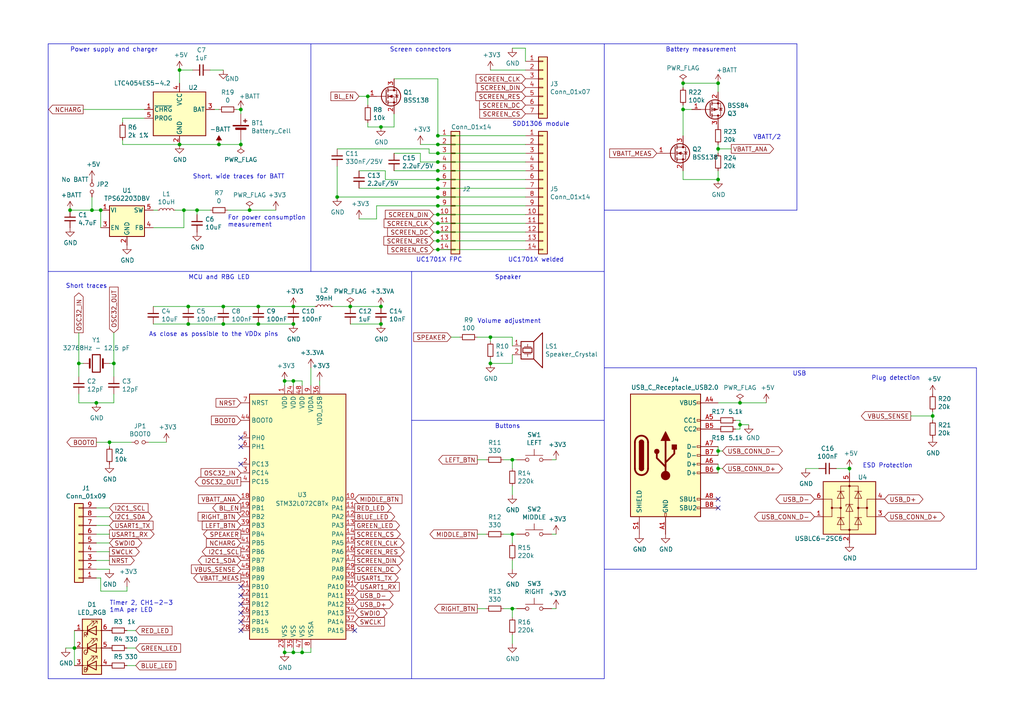
<source format=kicad_sch>
(kicad_sch (version 20250114) (generator "eeschema") (generator_version "9.0")
  (paper "A4")
  (title_block (title "OpenTama") (date "2022-04-18") (rev "1.1") (company "Sparkr") (comment 1 "Licensed under CERN-OHL-S v2") (comment 2 "jc@sparkr.tech") (comment 3 "Jean-Christophe Rona"))
  (lib_symbols
    (symbol "Connector:USB_C_Receptacle_USB2.0" (pin_names (offset 1.016))
      (property "Reference" "J" (at -10.16 19.05 0))
      (property "Value" "USB_C_Receptacle_USB2.0" (at 19.05 19.05 0))
      (symbol "USB_C_Receptacle_USB2.0_1_1"
        (pin passive line (at -7.62 -22.86 90) (length 5.08) (name "SHIELD") (number "S1"))
        (pin passive line (at 0 -22.86 90) (length 5.08) (name "GND") (number "A1"))
        (pin passive line (at 0 -22.86 90) (length 5.08) (hide yes) (name "GND") (number "A12"))
        (pin passive line (at 0 -22.86 90) (length 5.08) (hide yes) (name "GND") (number "B1"))
        (pin passive line (at 0 -22.86 90) (length 5.08) (hide yes) (name "GND") (number "B12"))
        (pin passive line (at 15.24 15.24 180) (length 5.08) (name "VBUS") (number "A4"))
        (pin passive line (at 15.24 15.24 180) (length 5.08) (hide yes) (name "VBUS") (number "A9"))
        (pin passive line (at 15.24 15.24 180) (length 5.08) (hide yes) (name "VBUS") (number "B4"))
        (pin passive line (at 15.24 15.24 180) (length 5.08) (hide yes) (name "VBUS") (number "B9"))
        (pin bidirectional line (at 15.24 10.16 180) (length 5.08) (name "CC1") (number "A5"))
        (pin bidirectional line (at 15.24 7.62 180) (length 5.08) (name "CC2") (number "B5"))
        (pin bidirectional line (at 15.24 2.54 180) (length 5.08) (name "D-") (number "A7"))
        (pin bidirectional line (at 15.24 0 180) (length 5.08) (name "D-") (number "B7"))
        (pin bidirectional line (at 15.24 -2.54 180) (length 5.08) (name "D+") (number "A6"))
        (pin bidirectional line (at 15.24 -5.08 180) (length 5.08) (name "D+") (number "B6"))
        (pin bidirectional line (at 15.24 -12.7 180) (length 5.08) (name "SBU1") (number "A8"))
        (pin bidirectional line (at 15.24 -15.24 180) (length 5.08) (name "SBU2") (number "B8"))
      )
    )
    (symbol "Connector_Generic:Conn_01x07" (pin_names (offset 1.016) (hide yes))
      (property "Reference" "J" (at 0 10.16 0))
      (property "Value" "Conn_01x07" (at 0 -10.16 0))
      (symbol "Conn_01x07_1_1"
        (pin passive line (at -5.08 7.62 0) (length 3.81) (name "Pin_1") (number "1"))
        (pin passive line (at -5.08 5.08 0) (length 3.81) (name "Pin_2") (number "2"))
        (pin passive line (at -5.08 2.54 0) (length 3.81) (name "Pin_3") (number "3"))
        (pin passive line (at -5.08 0 0) (length 3.81) (name "Pin_4") (number "4"))
        (pin passive line (at -5.08 -2.54 0) (length 3.81) (name "Pin_5") (number "5"))
        (pin passive line (at -5.08 -5.08 0) (length 3.81) (name "Pin_6") (number "6"))
        (pin passive line (at -5.08 -7.62 0) (length 3.81) (name "Pin_7") (number "7"))
      )
    )
    (symbol "Connector_Generic:Conn_01x09" (pin_names (offset 1.016) (hide yes))
      (property "Reference" "J" (at 0 12.7 0))
      (property "Value" "Conn_01x09" (at 0 -12.7 0))
      (symbol "Conn_01x09_1_1"
        (pin passive line (at -5.08 10.16 0) (length 3.81) (name "Pin_1") (number "1"))
        (pin passive line (at -5.08 7.62 0) (length 3.81) (name "Pin_2") (number "2"))
        (pin passive line (at -5.08 5.08 0) (length 3.81) (name "Pin_3") (number "3"))
        (pin passive line (at -5.08 2.54 0) (length 3.81) (name "Pin_4") (number "4"))
        (pin passive line (at -5.08 0 0) (length 3.81) (name "Pin_5") (number "5"))
        (pin passive line (at -5.08 -2.54 0) (length 3.81) (name "Pin_6") (number "6"))
        (pin passive line (at -5.08 -5.08 0) (length 3.81) (name "Pin_7") (number "7"))
        (pin passive line (at -5.08 -7.62 0) (length 3.81) (name "Pin_8") (number "8"))
        (pin passive line (at -5.08 -10.16 0) (length 3.81) (name "Pin_9") (number "9"))
      )
    )
    (symbol "Connector_Generic:Conn_01x14" (pin_names (offset 1.016) (hide yes))
      (property "Reference" "J" (at 0 17.78 0))
      (property "Value" "Conn_01x14" (at 0 -20.32 0))
      (symbol "Conn_01x14_1_1"
        (pin passive line (at -5.08 15.24 0) (length 3.81) (name "Pin_1") (number "1"))
        (pin passive line (at -5.08 12.7 0) (length 3.81) (name "Pin_2") (number "2"))
        (pin passive line (at -5.08 10.16 0) (length 3.81) (name "Pin_3") (number "3"))
        (pin passive line (at -5.08 7.62 0) (length 3.81) (name "Pin_4") (number "4"))
        (pin passive line (at -5.08 5.08 0) (length 3.81) (name "Pin_5") (number "5"))
        (pin passive line (at -5.08 2.54 0) (length 3.81) (name "Pin_6") (number "6"))
        (pin passive line (at -5.08 0 0) (length 3.81) (name "Pin_7") (number "7"))
        (pin passive line (at -5.08 -2.54 0) (length 3.81) (name "Pin_8") (number "8"))
        (pin passive line (at -5.08 -5.08 0) (length 3.81) (name "Pin_9") (number "9"))
        (pin passive line (at -5.08 -7.62 0) (length 3.81) (name "Pin_10") (number "10"))
        (pin passive line (at -5.08 -10.16 0) (length 3.81) (name "Pin_11") (number "11"))
        (pin passive line (at -5.08 -12.7 0) (length 3.81) (name "Pin_12") (number "12"))
        (pin passive line (at -5.08 -15.24 0) (length 3.81) (name "Pin_13") (number "13"))
        (pin passive line (at -5.08 -17.78 0) (length 3.81) (name "Pin_14") (number "14"))
      )
    )
    (symbol "Device:Battery_Cell" (pin_numbers (hide yes)) (pin_names (offset 0) (hide yes))
      (property "Reference" "BT" (at 2.54 2.54 0))
      (property "Value" "Battery_Cell" (at 2.54 0 0))
      (symbol "Battery_Cell_1_1"
        (pin passive line (at 0 5.08 270) (length 2.54) (name "+") (number "1"))
        (pin passive line (at 0 -2.54 90) (length 2.54) (name "-") (number "2"))
      )
    )
    (symbol "Device:C_Small" (pin_numbers (hide yes)) (pin_names (offset 0.254) (hide yes))
      (property "Reference" "C" (at 0.254 1.778 0))
      (property "Value" "C_Small" (at 0.254 -2.032 0))
      (symbol "C_Small_1_1"
        (pin passive line (at 0 2.54 270) (length 2.032) (name "~") (number "1"))
        (pin passive line (at 0 -2.54 90) (length 2.032) (name "~") (number "2"))
      )
    )
    (symbol "Device:Crystal" (pin_numbers (hide yes)) (pin_names (offset 1.016) (hide yes))
      (property "Reference" "Y" (at 0 3.81 0))
      (property "Value" "Crystal" (at 0 -3.81 0))
      (symbol "Crystal_1_1"
        (pin passive line (at -3.81 0 0) (length 1.27) (name "1") (number "1"))
        (pin passive line (at 3.81 0 180) (length 1.27) (name "2") (number "2"))
      )
    )
    (symbol "Device:LED_RGB" (pin_names (offset 0) (hide yes))
      (property "Reference" "D" (at 0 9.398 0))
      (property "Value" "LED_RGB" (at 0 -8.89 0))
      (symbol "LED_RGB_0_0"
        (text "R" (at -1.905 3.81 0) (effects (font (size 1.27 1.27))))
        (text "G" (at -1.905 -1.27 0) (effects (font (size 1.27 1.27))))
        (text "B" (at -1.905 -6.35 0) (effects (font (size 1.27 1.27))))
      )
      (symbol "LED_RGB_1_1"
        (pin passive line (at -5.08 5.08 0) (length 2.54) (name "RK") (number "1"))
        (pin passive line (at -5.08 0 0) (length 2.54) (name "GK") (number "2"))
        (pin passive line (at -5.08 -5.08 0) (length 2.54) (name "BK") (number "3"))
        (pin passive line (at 5.08 5.08 180) (length 2.54) (name "RA") (number "6"))
        (pin passive line (at 5.08 0 180) (length 2.54) (name "GA") (number "5"))
        (pin passive line (at 5.08 -5.08 180) (length 2.54) (name "BA") (number "4"))
      )
    )
    (symbol "Device:L_Small" (pin_numbers (hide yes)) (pin_names (offset 0.254) (hide yes))
      (property "Reference" "L" (at 0.762 1.016 0))
      (property "Value" "L_Small" (at 0.762 -1.016 0))
      (symbol "L_Small_1_1"
        (pin passive line (at 0 2.54 270) (length 0.508) (name "~") (number "1"))
        (pin passive line (at 0 -2.54 90) (length 0.508) (name "~") (number "2"))
      )
    )
    (symbol "Device:R_Small" (pin_numbers (hide yes)) (pin_names (offset 0.254) (hide yes))
      (property "Reference" "R" (at 0.762 0.508 0))
      (property "Value" "R_Small" (at 0.762 -1.016 0))
      (symbol "R_Small_1_1"
        (pin passive line (at 0 2.54 270) (length 0.762) (name "~") (number "1"))
        (pin passive line (at 0 -2.54 90) (length 0.762) (name "~") (number "2"))
      )
    )
    (symbol "Device:Speaker_Crystal" (pin_names (offset 0) (hide yes))
      (property "Reference" "LS" (at 0.635 5.715 0))
      (property "Value" "Speaker_Crystal" (at 0.635 3.81 0))
      (symbol "Speaker_Crystal_1_1"
        (pin input line (at -5.08 0 0) (length 2.54) (name "1") (number "1"))
        (pin input line (at -5.08 -2.54 0) (length 2.54) (name "2") (number "2"))
      )
    )
    (symbol "OpenTama-rescue:+3.3V-power" (power) (pin_names (offset 0))
      (property "Value" "+3.3V-power" (at 0 3.556 0))
      (symbol "+3.3V-power_1_1"
        (pin power_in line (at 0 0 90) (length 0) (hide yes) (name "+3V3") (number "1"))
      )
    )
    (symbol "OpenTama-rescue:Jumper_NO_Small-Device" (pin_numbers (hide yes)) (pin_names (offset 0.762) (hide yes))
      (property "Reference" "JP" (at 0 2.032 0))
      (property "Value" "Device_Jumper_NO_Small" (at 0.254 -1.524 0))
      (symbol "Jumper_NO_Small-Device_0_1"
        (pin passive line (at -2.54 0 0) (length 1.016) (name "1") (number "1"))
        (pin passive line (at 2.54 0 180) (length 1.016) (name "2") (number "2"))
      )
    )
    (symbol "OpenTama-rescue:LTC4054ES5-4.2-Battery_Management" (pin_names (offset 0.254))
      (property "Reference" "U" (at -5.842 6.604 0))
      (property "Value" "Battery_Management_LTC4054ES5-4.2" (at 1.524 6.604 0))
      (symbol "LTC4054ES5-4.2-Battery_Management_1_1"
        (pin open_collector line (at -10.16 0 0) (length 2.54) (name "~{CHRG}") (number "1"))
        (pin bidirectional line (at -10.16 -2.54 0) (length 2.54) (name "PROG") (number "5"))
        (pin power_in line (at 0 7.62 270) (length 2.54) (name "VCC") (number "4"))
        (pin power_in line (at 0 -10.16 90) (length 2.54) (name "GND") (number "2"))
        (pin power_out line (at 10.16 0 180) (length 2.54) (name "BAT") (number "3"))
      )
    )
    (symbol "OpenTama-rescue:STM32L072CBTx-MCU_ST_STM32L0"
      (property "Reference" "U" (at -15.24 36.83 0))
      (property "Value" "MCU_ST_STM32L0_STM32L072CBTx" (at 7.62 36.83 0))
      (symbol "STM32L072CBTx-MCU_ST_STM32L0_1_1"
        (pin input line (at -17.78 33.02 0) (length 2.54) (name "NRST") (number "7"))
        (pin input line (at -17.78 27.94 0) (length 2.54) (name "BOOT0") (number "44"))
        (pin input line (at -17.78 22.86 0) (length 2.54) (name "PH0") (number "5"))
        (pin input line (at -17.78 20.32 0) (length 2.54) (name "PH1") (number "6"))
        (pin bidirectional line (at -17.78 15.24 0) (length 2.54) (name "PC13") (number "2"))
        (pin bidirectional line (at -17.78 12.7 0) (length 2.54) (name "PC14") (number "3"))
        (pin bidirectional line (at -17.78 10.16 0) (length 2.54) (name "PC15") (number "4"))
        (pin bidirectional line (at -17.78 5.08 0) (length 2.54) (name "PB0") (number "18"))
        (pin bidirectional line (at -17.78 2.54 0) (length 2.54) (name "PB1") (number "19"))
        (pin bidirectional line (at -17.78 0 0) (length 2.54) (name "PB2") (number "20"))
        (pin bidirectional line (at -17.78 -2.54 0) (length 2.54) (name "PB3") (number "39"))
        (pin bidirectional line (at -17.78 -5.08 0) (length 2.54) (name "PB4") (number "40"))
        (pin bidirectional line (at -17.78 -7.62 0) (length 2.54) (name "PB5") (number "41"))
        (pin bidirectional line (at -17.78 -10.16 0) (length 2.54) (name "PB6") (number "42"))
        (pin bidirectional line (at -17.78 -12.7 0) (length 2.54) (name "PB7") (number "43"))
        (pin bidirectional line (at -17.78 -15.24 0) (length 2.54) (name "PB8") (number "45"))
        (pin bidirectional line (at -17.78 -17.78 0) (length 2.54) (name "PB9") (number "46"))
        (pin bidirectional line (at -17.78 -20.32 0) (length 2.54) (name "PB10") (number "21"))
        (pin bidirectional line (at -17.78 -22.86 0) (length 2.54) (name "PB11") (number "22"))
        (pin bidirectional line (at -17.78 -25.4 0) (length 2.54) (name "PB12") (number "25"))
        (pin bidirectional line (at -17.78 -27.94 0) (length 2.54) (name "PB13") (number "26"))
        (pin bidirectional line (at -17.78 -30.48 0) (length 2.54) (name "PB14") (number "27"))
        (pin bidirectional line (at -17.78 -33.02 0) (length 2.54) (name "PB15") (number "28"))
        (pin power_in line (at -5.08 38.1 270) (length 2.54) (name "VDD") (number "1"))
        (pin power_in line (at -5.08 -38.1 90) (length 2.54) (name "VSS") (number "23"))
        (pin power_in line (at -2.54 38.1 270) (length 2.54) (name "VDD") (number "24"))
        (pin power_in line (at -2.54 -38.1 90) (length 2.54) (name "VSS") (number "35"))
        (pin power_in line (at 0 38.1 270) (length 2.54) (name "VDD") (number "48"))
        (pin power_in line (at 0 -38.1 90) (length 2.54) (name "VSS") (number "47"))
        (pin power_in line (at 2.54 38.1 270) (length 2.54) (name "VDDA") (number "9"))
        (pin power_in line (at 2.54 -38.1 90) (length 2.54) (name "VSSA") (number "8"))
        (pin power_in line (at 5.08 38.1 270) (length 2.54) (name "VDD_USB") (number "36"))
        (pin bidirectional line (at 15.24 5.08 180) (length 2.54) (name "PA0") (number "10"))
        (pin bidirectional line (at 15.24 2.54 180) (length 2.54) (name "PA1") (number "11"))
        (pin bidirectional line (at 15.24 0 180) (length 2.54) (name "PA2") (number "12"))
        (pin bidirectional line (at 15.24 -2.54 180) (length 2.54) (name "PA3") (number "13"))
        (pin bidirectional line (at 15.24 -5.08 180) (length 2.54) (name "PA4") (number "14"))
        (pin bidirectional line (at 15.24 -7.62 180) (length 2.54) (name "PA5") (number "15"))
        (pin bidirectional line (at 15.24 -10.16 180) (length 2.54) (name "PA6") (number "16"))
        (pin bidirectional line (at 15.24 -12.7 180) (length 2.54) (name "PA7") (number "17"))
        (pin bidirectional line (at 15.24 -15.24 180) (length 2.54) (name "PA8") (number "29"))
        (pin bidirectional line (at 15.24 -17.78 180) (length 2.54) (name "PA9") (number "30"))
        (pin bidirectional line (at 15.24 -20.32 180) (length 2.54) (name "PA10") (number "31"))
        (pin bidirectional line (at 15.24 -22.86 180) (length 2.54) (name "PA11") (number "32"))
        (pin bidirectional line (at 15.24 -25.4 180) (length 2.54) (name "PA12") (number "33"))
        (pin bidirectional line (at 15.24 -27.94 180) (length 2.54) (name "PA13") (number "34"))
        (pin bidirectional line (at 15.24 -30.48 180) (length 2.54) (name "PA14") (number "37"))
        (pin bidirectional line (at 15.24 -33.02 180) (length 2.54) (name "PA15") (number "38"))
      )
    )
    (symbol "Power_Protection:USBLC6-2SC6" (pin_names (hide yes))
      (property "Reference" "U" (at 2.54 8.89 0))
      (property "Value" "USBLC6-2SC6" (at 2.54 -8.89 0))
      (symbol "USBLC6-2SC6_1_1"
        (pin passive line (at -10.16 2.54 0) (length 2.54) (name "I/O1") (number "6"))
        (pin passive line (at -10.16 -2.54 0) (length 2.54) (name "I/O1") (number "1"))
        (pin passive line (at 0 10.16 270) (length 2.54) (name "VBUS") (number "5"))
        (pin passive line (at 0 -10.16 90) (length 2.54) (name "GND") (number "2"))
        (pin passive line (at 10.16 2.54 180) (length 2.54) (name "I/O2") (number "4"))
        (pin passive line (at 10.16 -2.54 180) (length 2.54) (name "I/O2") (number "3"))
      )
    )
    (symbol "Regulator_Switching:TPS62203DBV" (pin_names (offset 0.254))
      (property "Reference" "U" (at -5.08 7.62 0))
      (property "Value" "TPS62203DBV" (at 0 7.62 0))
      (symbol "TPS62203DBV_1_1"
        (pin power_in line (at -7.62 5.08 0) (length 2.54) (name "VI") (number "1"))
        (pin input line (at -7.62 0 0) (length 2.54) (name "EN") (number "3"))
        (pin power_in line (at 0 -5.08 90) (length 2.54) (name "GND") (number "2"))
        (pin output line (at 7.62 5.08 180) (length 2.54) (name "SW") (number "5"))
        (pin input line (at 7.62 0 180) (length 2.54) (name "FB") (number "4"))
      )
    )
    (symbol "Switch:SW_Push" (pin_numbers (hide yes)) (pin_names (offset 1.016) (hide yes))
      (property "Reference" "SW" (at 1.27 2.54 0))
      (property "Value" "SW_Push" (at 0 -1.524 0))
      (symbol "SW_Push_0_1"
        (pin passive line (at -5.08 0 0) (length 2.54) (name "1") (number "1"))
        (pin passive line (at 5.08 0 180) (length 2.54) (name "2") (number "2"))
      )
    )
    (symbol "Transistor_FET:BSS138" (pin_names (hide yes))
      (property "Reference" "Q" (at 5.08 1.905 0))
      (property "Value" "BSS138" (at 5.08 0 0))
      (symbol "BSS138_1_1"
        (pin input line (at -5.08 0 0) (length 2.54) (name "G") (number "1"))
        (pin passive line (at 2.54 5.08 270) (length 2.54) (name "D") (number "3"))
        (pin passive line (at 2.54 -5.08 90) (length 2.54) (name "S") (number "2"))
      )
    )
    (symbol "Transistor_FET:BSS84" (pin_names (hide yes))
      (property "Reference" "Q" (at 5.08 1.905 0))
      (property "Value" "BSS84" (at 5.08 0 0))
      (symbol "BSS84_1_1"
        (pin input line (at -5.08 0 0) (length 2.54) (name "G") (number "1"))
        (pin passive line (at 2.54 5.08 270) (length 2.54) (name "D") (number "3"))
        (pin passive line (at 2.54 -5.08 90) (length 2.54) (name "S") (number "2"))
      )
    )
    (symbol "power:+3.3VA" (power) (pin_names (offset 0))
      (property "Value" "+3.3VA" (at 0 3.556 0))
      (symbol "+3.3VA_1_1"
        (pin power_in line (at 0 0 90) (length 0) (hide yes) (name "+3.3VA") (number "1"))
      )
    )
    (symbol "power:+5V" (power) (pin_names (offset 0))
      (property "Value" "+5V" (at 0 3.556 0))
      (symbol "+5V_1_1"
        (pin power_in line (at 0 0 90) (length 0) (hide yes) (name "+5V") (number "1"))
      )
    )
    (symbol "power:+BATT" (power) (pin_names (offset 0))
      (property "Value" "+BATT" (at 0 3.556 0))
      (symbol "+BATT_1_1"
        (pin power_in line (at 0 0 90) (length 0) (hide yes) (name "+BATT") (number "1"))
      )
    )
    (symbol "power:-BATT" (power) (pin_names (offset 0))
      (property "Value" "-BATT" (at 0 3.556 0))
      (symbol "-BATT_1_1"
        (pin power_in line (at 0 0 90) (length 0) (hide yes) (name "-BATT") (number "1"))
      )
    )
    (symbol "power:GND" (power) (pin_names (offset 0))
      (property "Value" "GND" (at 0 -3.81 0))
      (symbol "GND_1_1"
        (pin power_in line (at 0 0 270) (length 0) (hide yes) (name "GND") (number "1"))
      )
    )
    (symbol "power:PWR_FLAG" (power) (pin_numbers (hide yes)) (pin_names (offset 0) (hide yes))
      (property "Value" "PWR_FLAG" (at 0 3.81 0))
      (symbol "PWR_FLAG_0_0"
        (pin power_out line (at 0 0 90) (length 0) (name "pwr") (number "1"))
      )
    )
  )
  (text "Power supply and charger" (at 20.32 15.24 0) (effects (font (size 1.27 1.27)) (justify left bottom)))
  (text "Short traces" (at 19.05 83.82 0) (effects (font (size 1.27 1.27)) (justify left bottom)))
  (text "ESD Protection" (at 250.19 135.89 0) (effects (font (size 1.27 1.27)) (justify left bottom)))
  (text "Short, wide traces for BATT" (at 55.88 52.07 0) (effects (font (size 1.27 1.27)) (justify left bottom)))
  (text "Battery measurement" (at 193.04 15.24 0) (effects (font (size 1.27 1.27)) (justify left bottom)))
  (text "VBATT/2" (at 218.44 40.64 0) (effects (font (size 1.27 1.27)) (justify left bottom)))
  (text "Speaker" (at 143.51 81.28 0) (effects (font (size 1.27 1.27)) (justify left bottom)))
  (text "USB" (at 229.87 109.22 0) (effects (font (size 1.27 1.27)) (justify left bottom)))
  (text "Timer 2, CH1-2-3\n1mA per LED" (at 31.75 177.8 0) (effects (font (size 1.27 1.27)) (justify left bottom)))
  (text "As close as possible to the VDDx pins" (at 43.18 97.79 0) (effects (font (size 1.27 1.27)) (justify left bottom)))
  (text "Plug detection" (at 252.73 110.49 0) (effects (font (size 1.27 1.27)) (justify left bottom)))
  (text "SDD1306 module" (at 148.59 36.83 0) (effects (font (size 1.27 1.27)) (justify left bottom)))
  (text "MCU and RBG LED" (at 54.61 81.28 0) (effects (font (size 1.27 1.27)) (justify left bottom)))
  (text "For power consumption\nmeasurement" (at 66.04 66.04 0) (effects (font (size 1.27 1.27)) (justify left bottom)))
  (text "UC1701X FPC" (at 120.65 76.2 0) (effects (font (size 1.27 1.27)) (justify left bottom)))
  (text "UC1701X welded" (at 147.32 76.2 0) (effects (font (size 1.27 1.27)) (justify left bottom)))
  (text "Volume adjustment" (at 138.43 93.98 0) (effects (font (size 1.27 1.27)) (justify left bottom)))
  (text "Screen connectors" (at 113.03 15.24 0) (effects (font (size 1.27 1.27)) (justify left bottom)))
  (text "Buttons" (at 143.51 124.46 0) (effects (font (size 1.27 1.27)) (justify left bottom)))
  (junction (at 127 69.85))
  (junction (at 127 64.77))
  (junction (at 54.61 88.9))
  (junction (at 72.39 60.96))
  (junction (at 208.28 43.18))
  (junction (at 33.02 105.41))
  (junction (at 127 54.61))
  (junction (at 208.28 24.13))
  (junction (at 53.34 60.96))
  (junction (at 69.85 31.75))
  (junction (at 74.93 93.98))
  (junction (at 148.59 154.94))
  (junction (at 29.21 60.96))
  (junction (at 127 44.45))
  (junction (at 198.12 24.13))
  (junction (at 101.6 88.9))
  (junction (at 85.09 93.98))
  (junction (at 110.49 36.83))
  (junction (at 127 52.07))
  (junction (at 27.94 116.84))
  (junction (at 127 57.15))
  (junction (at 22.86 105.41))
  (junction (at 52.07 41.91))
  (junction (at 69.85 41.91))
  (junction (at 148.59 176.53))
  (junction (at 26.67 60.96))
  (junction (at 82.55 110.49))
  (junction (at 21.59 187.96))
  (junction (at 87.63 189.23))
  (junction (at 52.07 20.32))
  (junction (at 106.68 27.94))
  (junction (at 214.63 116.84))
  (junction (at 74.93 88.9))
  (junction (at 127 59.69))
  (junction (at 127 67.31))
  (junction (at 57.15 60.96))
  (junction (at 63.5 41.91))
  (junction (at 85.09 88.9))
  (junction (at 142.24 105.41))
  (junction (at 97.79 57.15))
  (junction (at 270.51 120.65))
  (junction (at 148.59 133.35))
  (junction (at 110.49 93.98))
  (junction (at 127 72.39))
  (junction (at 127 62.23))
  (junction (at 85.09 189.23))
  (junction (at 85.09 110.49))
  (junction (at 198.12 31.75))
  (junction (at 208.28 130.81))
  (junction (at 82.55 189.23))
  (junction (at 208.28 135.89))
  (junction (at 20.32 60.96))
  (junction (at 110.49 88.9))
  (junction (at 142.24 97.79))
  (junction (at 64.77 88.9))
  (junction (at 127 41.91))
  (junction (at 31.75 128.27))
  (junction (at 208.28 52.07))
  (junction (at 54.61 93.98))
  (junction (at 246.38 135.89))
  (junction (at 64.77 93.98))
  (junction (at 127 46.99))
  (junction (at 127 49.53))
  (junction (at 127 39.37))
  (junction (at 214.63 123.19))
  (no_connect (at 69.85 134.62))
  (no_connect (at 69.85 127))
  (no_connect (at 69.85 129.54))
  (no_connect (at 102.87 182.88))
  (no_connect (at 69.85 182.88))
  (no_connect (at 208.28 147.32))
  (no_connect (at 69.85 172.72))
  (no_connect (at 69.85 177.8))
  (no_connect (at 69.85 175.26))
  (no_connect (at 69.85 180.34))
  (no_connect (at 208.28 144.78))
  (no_connect (at 69.85 170.18))
  (wire (pts (xy 110.49 36.83) (xy 106.68 36.83)))
  (wire (pts (xy 64.77 88.9) (xy 74.93 88.9)))
  (wire (pts (xy 121.92 44.45) (xy 114.3 44.45)))
  (wire (pts (xy 57.15 60.96) (xy 57.15 62.23)))
  (wire (pts (xy 44.45 93.98) (xy 54.61 93.98)))
  (wire (pts (xy 82.55 189.23) (xy 82.55 187.96)))
  (wire (pts (xy 130.81 97.79) (xy 133.35 97.79)))
  (wire (pts (xy 208.28 43.18) (xy 208.28 41.91)))
  (wire (pts (xy 21.59 182.88) (xy 21.59 187.96)))
  (wire (pts (xy 127 64.77) (xy 152.4 64.77)))
  (wire (pts (xy 85.09 111.76) (xy 85.09 110.49)))
  (wire (pts (xy 60.96 20.32) (xy 64.77 20.32)))
  (wire (pts (xy 264.16 120.65) (xy 270.51 120.65)))
  (wire (pts (xy 209.55 135.89) (xy 208.28 135.89)))
  (polyline (pts (xy 13.97 196.85) (xy 175.26 196.85)))
  (wire (pts (xy 90.17 189.23) (xy 87.63 189.23)))
  (wire (pts (xy 214.63 124.46) (xy 213.36 124.46)))
  (wire (pts (xy 148.59 162.56) (xy 148.59 165.1)))
  (wire (pts (xy 152.4 72.39) (xy 127 72.39)))
  (wire (pts (xy 125.73 62.23) (xy 127 62.23)))
  (wire (pts (xy 33.02 105.41) (xy 33.02 109.22)))
  (wire (pts (xy 198.12 52.07) (xy 208.28 52.07)))
  (wire (pts (xy 152.4 41.91) (xy 127 41.91)))
  (wire (pts (xy 63.5 31.75) (xy 62.23 31.75)))
  (wire (pts (xy 124.46 44.45) (xy 124.46 43.18)))
  (wire (pts (xy 20.32 60.96) (xy 26.67 60.96)))
  (polyline (pts (xy 175.26 121.92) (xy 119.38 121.92)))
  (wire (pts (xy 27.94 116.84) (xy 33.02 116.84)))
  (wire (pts (xy 57.15 60.96) (xy 53.34 60.96)))
  (wire (pts (xy 198.12 49.53) (xy 198.12 52.07)))
  (wire (pts (xy 97.79 57.15) (xy 127 57.15)))
  (wire (pts (xy 29.21 66.04) (xy 29.21 60.96)))
  (wire (pts (xy 35.56 40.64) (xy 35.56 41.91)))
  (wire (pts (xy 127 54.61) (xy 104.14 54.61)))
  (wire (pts (xy 127 49.53) (xy 152.4 49.53)))
  (wire (pts (xy 85.09 110.49) (xy 87.63 110.49)))
  (polyline (pts (xy 283.21 106.68) (xy 283.21 165.1)))
  (wire (pts (xy 31.75 165.1) (xy 27.94 165.1)))
  (wire (pts (xy 24.13 105.41) (xy 22.86 105.41)))
  (wire (pts (xy 127 44.45) (xy 152.4 44.45)))
  (wire (pts (xy 104.14 27.94) (xy 106.68 27.94)))
  (wire (pts (xy 198.12 31.75) (xy 200.66 31.75)))
  (wire (pts (xy 90.17 187.96) (xy 90.17 189.23)))
  (wire (pts (xy 101.6 93.98) (xy 110.49 93.98)))
  (wire (pts (xy 54.61 93.98) (xy 64.77 93.98)))
  (wire (pts (xy 148.59 105.41) (xy 142.24 105.41)))
  (wire (pts (xy 21.59 187.96) (xy 21.59 193.04)))
  (wire (pts (xy 208.28 52.07) (xy 208.28 49.53)))
  (wire (pts (xy 208.28 135.89) (xy 208.28 137.16)))
  (wire (pts (xy 114.3 36.83) (xy 110.49 36.83)))
  (wire (pts (xy 31.75 128.27) (xy 38.1 128.27)))
  (wire (pts (xy 198.12 24.13) (xy 198.12 25.4)))
  (wire (pts (xy 208.28 130.81) (xy 208.28 132.08)))
  (wire (pts (xy 44.45 66.04) (xy 53.34 66.04)))
  (wire (pts (xy 127 52.07) (xy 111.76 52.07)))
  (wire (pts (xy 22.86 116.84) (xy 27.94 116.84)))
  (wire (pts (xy 127 46.99) (xy 121.92 46.99)))
  (wire (pts (xy 198.12 30.48) (xy 198.12 31.75)))
  (wire (pts (xy 35.56 35.56) (xy 35.56 34.29)))
  (wire (pts (xy 19.05 187.96) (xy 21.59 187.96)))
  (wire (pts (xy 127 54.61) (xy 152.4 54.61)))
  (wire (pts (xy 101.6 88.9) (xy 110.49 88.9)))
  (wire (pts (xy 22.86 114.3) (xy 22.86 116.84)))
  (wire (pts (xy 26.67 60.96) (xy 29.21 60.96)))
  (wire (pts (xy 214.63 123.19) (xy 217.17 123.19)))
  (wire (pts (xy 72.39 60.96) (xy 80.01 60.96)))
  (wire (pts (xy 36.83 193.04) (xy 39.37 193.04)))
  (wire (pts (xy 66.04 60.96) (xy 72.39 60.96)))
  (wire (pts (xy 87.63 110.49) (xy 87.63 111.76)))
  (wire (pts (xy 237.49 135.89) (xy 233.68 135.89)))
  (wire (pts (xy 160.02 133.35) (xy 161.29 133.35)))
  (wire (pts (xy 214.63 121.92) (xy 214.63 123.19)))
  (polyline (pts (xy 283.21 106.68) (xy 175.26 106.68)))
  (wire (pts (xy 148.59 102.87) (xy 148.59 105.41)))
  (wire (pts (xy 161.29 176.53) (xy 160.02 176.53)))
  (polyline (pts (xy 175.26 12.7) (xy 175.26 196.85)))
  (wire (pts (xy 246.38 135.89) (xy 242.57 135.89)))
  (wire (pts (xy 152.4 46.99) (xy 127 46.99)))
  (wire (pts (xy 114.3 33.02) (xy 114.3 36.83)))
  (wire (pts (xy 209.55 130.81) (xy 208.28 130.81)))
  (wire (pts (xy 125.73 64.77) (xy 127 64.77)))
  (wire (pts (xy 208.28 134.62) (xy 208.28 135.89)))
  (polyline (pts (xy 283.21 165.1) (xy 175.26 165.1)))
  (wire (pts (xy 52.07 20.32) (xy 55.88 20.32)))
  (wire (pts (xy 29.21 171.45) (xy 36.83 171.45)))
  (wire (pts (xy 90.17 106.68) (xy 90.17 111.76)))
  (wire (pts (xy 52.07 24.13) (xy 52.07 20.32)))
  (polyline (pts (xy 13.97 12.7) (xy 13.97 196.85)))
  (wire (pts (xy 152.4 57.15) (xy 127 57.15)))
  (wire (pts (xy 31.75 128.27) (xy 31.75 129.54)))
  (wire (pts (xy 27.94 147.32) (xy 31.75 147.32)))
  (wire (pts (xy 29.21 167.64) (xy 29.21 171.45)))
  (wire (pts (xy 148.59 140.97) (xy 148.59 143.51)))
  (wire (pts (xy 39.37 182.88) (xy 36.83 182.88)))
  (wire (pts (xy 69.85 40.64) (xy 69.85 41.91)))
  (wire (pts (xy 31.75 160.02) (xy 27.94 160.02)))
  (wire (pts (xy 85.09 189.23) (xy 82.55 189.23)))
  (wire (pts (xy 152.4 13.97) (xy 148.59 13.97)))
  (wire (pts (xy 270.51 120.65) (xy 270.51 121.92)))
  (wire (pts (xy 125.73 72.39) (xy 127 72.39)))
  (wire (pts (xy 142.24 97.79) (xy 148.59 97.79)))
  (wire (pts (xy 27.94 149.86) (xy 31.75 149.86)))
  (wire (pts (xy 82.55 110.49) (xy 85.09 110.49)))
  (wire (pts (xy 152.4 62.23) (xy 127 62.23)))
  (wire (pts (xy 270.51 119.38) (xy 270.51 120.65)))
  (wire (pts (xy 74.93 88.9) (xy 85.09 88.9)))
  (wire (pts (xy 24.13 31.75) (xy 41.91 31.75)))
  (wire (pts (xy 138.43 154.94) (xy 140.97 154.94)))
  (wire (pts (xy 148.59 176.53) (xy 149.86 176.53)))
  (wire (pts (xy 35.56 41.91) (xy 52.07 41.91)))
  (wire (pts (xy 146.05 133.35) (xy 148.59 133.35)))
  (wire (pts (xy 50.8 60.96) (xy 53.34 60.96)))
  (wire (pts (xy 74.93 93.98) (xy 85.09 93.98)))
  (wire (pts (xy 44.45 60.96) (xy 45.72 60.96)))
  (wire (pts (xy 214.63 116.84) (xy 222.25 116.84)))
  (wire (pts (xy 208.28 129.54) (xy 208.28 130.81)))
  (wire (pts (xy 22.86 105.41) (xy 22.86 109.22)))
  (wire (pts (xy 27.94 152.4) (xy 31.75 152.4)))
  (wire (pts (xy 114.3 49.53) (xy 127 49.53)))
  (wire (pts (xy 138.43 133.35) (xy 140.97 133.35)))
  (wire (pts (xy 64.77 93.98) (xy 74.93 93.98)))
  (wire (pts (xy 148.59 133.35) (xy 149.86 133.35)))
  (wire (pts (xy 27.94 154.94) (xy 31.75 154.94)))
  (wire (pts (xy 53.34 60.96) (xy 53.34 66.04)))
  (wire (pts (xy 63.5 41.91) (xy 52.07 41.91)))
  (wire (pts (xy 85.09 187.96) (xy 85.09 189.23)))
  (wire (pts (xy 148.59 97.79) (xy 148.59 100.33)))
  (wire (pts (xy 35.56 34.29) (xy 41.91 34.29)))
  (wire (pts (xy 87.63 187.96) (xy 87.63 189.23)))
  (wire (pts (xy 27.94 157.48) (xy 31.75 157.48)))
  (wire (pts (xy 127 44.45) (xy 124.46 44.45)))
  (wire (pts (xy 148.59 154.94) (xy 149.86 154.94)))
  (wire (pts (xy 36.83 171.45) (xy 36.83 170.18)))
  (wire (pts (xy 208.28 116.84) (xy 214.63 116.84)))
  (wire (pts (xy 124.46 43.18) (xy 97.79 43.18)))
  (wire (pts (xy 69.85 31.75) (xy 69.85 33.02)))
  (wire (pts (xy 106.68 30.48) (xy 106.68 27.94)))
  (wire (pts (xy 92.71 110.49) (xy 92.71 111.76)))
  (wire (pts (xy 152.4 52.07) (xy 127 52.07)))
  (wire (pts (xy 142.24 105.41) (xy 142.24 104.14)))
  (polyline (pts (xy 13.97 78.74) (xy 175.26 78.74)))
  (wire (pts (xy 109.22 59.69) (xy 127 59.69)))
  (wire (pts (xy 22.86 96.52) (xy 22.86 105.41)))
  (wire (pts (xy 33.02 96.52) (xy 33.02 105.41)))
  (wire (pts (xy 152.4 67.31) (xy 127 67.31)))
  (wire (pts (xy 148.59 176.53) (xy 148.59 179.07)))
  (wire (pts (xy 161.29 154.94) (xy 160.02 154.94)))
  (wire (pts (xy 246.38 137.16) (xy 246.38 135.89)))
  (wire (pts (xy 142.24 99.06) (xy 142.24 97.79)))
  (wire (pts (xy 27.94 128.27) (xy 31.75 128.27)))
  (wire (pts (xy 152.4 17.78) (xy 152.4 13.97)))
  (wire (pts (xy 138.43 97.79) (xy 142.24 97.79)))
  (wire (pts (xy 148.59 133.35) (xy 148.59 135.89)))
  (polyline (pts (xy 231.14 60.96) (xy 175.26 60.96)))
  (wire (pts (xy 121.92 46.99) (xy 121.92 44.45)))
  (wire (pts (xy 121.92 41.91) (xy 127 41.91)))
  (wire (pts (xy 43.18 128.27) (xy 48.26 128.27)))
  (wire (pts (xy 148.59 154.94) (xy 148.59 157.48)))
  (wire (pts (xy 82.55 111.76) (xy 82.55 110.49)))
  (wire (pts (xy 97.79 48.26) (xy 97.79 57.15)))
  (polyline (pts (xy 119.38 78.74) (xy 119.38 196.85)))
  (wire (pts (xy 63.5 41.91) (xy 69.85 41.91)))
  (wire (pts (xy 26.67 57.15) (xy 26.67 60.96)))
  (wire (pts (xy 138.43 176.53) (xy 140.97 176.53)))
  (wire (pts (xy 39.37 187.96) (xy 36.83 187.96)))
  (wire (pts (xy 125.73 69.85) (xy 127 69.85)))
  (wire (pts (xy 27.94 167.64) (xy 29.21 167.64)))
  (wire (pts (xy 146.05 176.53) (xy 148.59 176.53)))
  (wire (pts (xy 127 22.86) (xy 127 39.37)))
  (wire (pts (xy 208.28 26.67) (xy 208.28 24.13)))
  (wire (pts (xy 57.15 60.96) (xy 60.96 60.96)))
  (wire (pts (xy 109.22 63.5) (xy 109.22 59.69)))
  (wire (pts (xy 146.05 154.94) (xy 148.59 154.94)))
  (wire (pts (xy 96.52 88.9) (xy 101.6 88.9)))
  (wire (pts (xy 212.09 43.18) (xy 208.28 43.18)))
  (wire (pts (xy 127 22.86) (xy 114.3 22.86)))
  (polyline (pts (xy 90.17 78.74) (xy 90.17 12.7)))
  (wire (pts (xy 87.63 189.23) (xy 85.09 189.23)))
  (wire (pts (xy 33.02 116.84) (xy 33.02 114.3)))
  (wire (pts (xy 125.73 67.31) (xy 127 67.31)))
  (wire (pts (xy 208.28 24.13) (xy 198.12 24.13)))
  (wire (pts (xy 198.12 39.37) (xy 198.12 31.75)))
  (wire (pts (xy 54.61 88.9) (xy 64.77 88.9)))
  (polyline (pts (xy 231.14 12.7) (xy 231.14 60.96)))
  (wire (pts (xy 111.76 52.07) (xy 111.76 49.53)))
  (wire (pts (xy 106.68 36.83) (xy 106.68 35.56)))
  (wire (pts (xy 27.94 162.56) (xy 31.75 162.56)))
  (wire (pts (xy 44.45 88.9) (xy 54.61 88.9)))
  (wire (pts (xy 214.63 121.92) (xy 213.36 121.92)))
  (wire (pts (xy 85.09 88.9) (xy 91.44 88.9)))
  (polyline (pts (xy 13.97 12.7) (xy 231.14 12.7)))
  (wire (pts (xy 152.4 20.32) (xy 142.24 20.32)))
  (wire (pts (xy 31.75 105.41) (xy 33.02 105.41)))
  (wire (pts (xy 214.63 123.19) (xy 214.63 124.46)))
  (wire (pts (xy 127 39.37) (xy 152.4 39.37)))
  (wire (pts (xy 68.58 31.75) (xy 69.85 31.75)))
  (wire (pts (xy 127 59.69) (xy 152.4 59.69)))
  (wire (pts (xy 111.76 49.53) (xy 104.14 49.53)))
  (wire (pts (xy 127 69.85) (xy 152.4 69.85)))
  (wire (pts (xy 104.14 63.5) (xy 109.22 63.5)))
  (wire (pts (xy 208.28 44.45) (xy 208.28 43.18)))
  (wire (pts (xy 148.59 184.15) (xy 148.59 186.69)))
  (global_label "I2C1_SDA" (shape bidirectional) (at 69.85 162.56 180) (property "Intersheetrefs" "${INTERSHEET_REFS}" (effects (hide yes))))
  (global_label "SCREEN_RES" (shape output) (at 102.87 160.02 0) (property "Intersheetrefs" "${INTERSHEET_REFS}" (effects (hide yes))))
  (global_label "USB_CONN_D-" (shape bidirectional) (at 209.55 130.81 0) (property "Intersheetrefs" "${INTERSHEET_REFS}" (effects (hide yes))))
  (global_label "SWCLK" (shape input) (at 102.87 180.34 0) (property "Intersheetrefs" "${INTERSHEET_REFS}" (effects (hide yes))))
  (global_label "SCREEN_DC" (shape output) (at 102.87 165.1 0) (property "Intersheetrefs" "${INTERSHEET_REFS}" (effects (hide yes))))
  (global_label "MIDDLE_BTN" (shape input) (at 102.87 144.78 0) (property "Intersheetrefs" "${INTERSHEET_REFS}" (effects (hide yes))))
  (global_label "SCREEN_DIN" (shape input) (at 152.4 25.4 180) (property "Intersheetrefs" "${INTERSHEET_REFS}" (effects (hide yes))))
  (global_label "SCREEN_RES" (shape input) (at 125.73 69.85 180) (property "Intersheetrefs" "${INTERSHEET_REFS}" (effects (hide yes))))
  (global_label "BL_EN" (shape output) (at 69.85 147.32 180) (property "Intersheetrefs" "${INTERSHEET_REFS}" (effects (hide yes))))
  (global_label "I2C1_SCL" (shape input) (at 31.75 147.32 0) (property "Intersheetrefs" "${INTERSHEET_REFS}" (effects (hide yes))))
  (global_label "SCREEN_CLK" (shape input) (at 152.4 22.86 180) (property "Intersheetrefs" "${INTERSHEET_REFS}" (effects (hide yes))))
  (global_label "GREEN_LED" (shape output) (at 102.87 152.4 0) (property "Intersheetrefs" "${INTERSHEET_REFS}" (effects (hide yes))))
  (global_label "SCREEN_DC" (shape input) (at 125.73 67.31 180) (property "Intersheetrefs" "${INTERSHEET_REFS}" (effects (hide yes))))
  (global_label "USB_CONN_D-" (shape bidirectional) (at 236.22 149.86 180) (property "Intersheetrefs" "${INTERSHEET_REFS}" (effects (hide yes))))
  (global_label "SCREEN_CS" (shape output) (at 102.87 154.94 0) (property "Intersheetrefs" "${INTERSHEET_REFS}" (effects (hide yes))))
  (global_label "VBATT_MEAS" (shape output) (at 69.85 167.64 180) (property "Intersheetrefs" "${INTERSHEET_REFS}" (effects (hide yes))))
  (global_label "VBUS_SENSE" (shape input) (at 69.85 165.1 180) (property "Intersheetrefs" "${INTERSHEET_REFS}" (effects (hide yes))))
  (global_label "SCREEN_CS" (shape input) (at 125.73 72.39 180) (property "Intersheetrefs" "${INTERSHEET_REFS}" (effects (hide yes))))
  (global_label "USB_D-" (shape bidirectional) (at 102.87 172.72 0) (property "Intersheetrefs" "${INTERSHEET_REFS}" (effects (hide yes))))
  (global_label "RIGHT_BTN" (shape output) (at 138.43 176.53 180) (property "Intersheetrefs" "${INTERSHEET_REFS}" (effects (hide yes))))
  (global_label "LEFT_BTN" (shape input) (at 69.85 152.4 180) (property "Intersheetrefs" "${INTERSHEET_REFS}" (effects (hide yes))))
  (global_label "NCHARG" (shape output) (at 24.13 31.75 180) (property "Intersheetrefs" "${INTERSHEET_REFS}" (effects (hide yes))))
  (global_label "I2C1_SCL" (shape output) (at 69.85 160.02 180) (property "Intersheetrefs" "${INTERSHEET_REFS}" (effects (hide yes))))
  (global_label "SWDIO" (shape bidirectional) (at 102.87 177.8 0) (property "Intersheetrefs" "${INTERSHEET_REFS}" (effects (hide yes))))
  (global_label "BOOT0" (shape output) (at 27.94 128.27 180) (property "Intersheetrefs" "${INTERSHEET_REFS}" (effects (hide yes))))
  (global_label "MIDDLE_BTN" (shape output) (at 138.43 154.94 180) (property "Intersheetrefs" "${INTERSHEET_REFS}" (effects (hide yes))))
  (global_label "NRST" (shape input) (at 69.85 116.84 180) (property "Intersheetrefs" "${INTERSHEET_REFS}" (effects (hide yes))))
  (global_label "RIGHT_BTN" (shape input) (at 69.85 149.86 180) (property "Intersheetrefs" "${INTERSHEET_REFS}" (effects (hide yes))))
  (global_label "BLUE_LED" (shape output) (at 102.87 149.86 0) (property "Intersheetrefs" "${INTERSHEET_REFS}" (effects (hide yes))))
  (global_label "SCREEN_DIN" (shape input) (at 125.73 62.23 180) (property "Intersheetrefs" "${INTERSHEET_REFS}" (effects (hide yes))))
  (global_label "SPEAKER" (shape output) (at 69.85 154.94 180) (property "Intersheetrefs" "${INTERSHEET_REFS}" (effects (hide yes))))
  (global_label "USART1_RX" (shape output) (at 31.75 154.94 0) (property "Intersheetrefs" "${INTERSHEET_REFS}" (effects (hide yes))))
  (global_label "RED_LED" (shape output) (at 102.87 147.32 0) (property "Intersheetrefs" "${INTERSHEET_REFS}" (effects (hide yes))))
  (global_label "BOOT0" (shape input) (at 69.85 121.92 180) (property "Intersheetrefs" "${INTERSHEET_REFS}" (effects (hide yes))))
  (global_label "SCREEN_RES" (shape input) (at 152.4 27.94 180) (property "Intersheetrefs" "${INTERSHEET_REFS}" (effects (hide yes))))
  (global_label "USART1_TX" (shape input) (at 31.75 152.4 0) (property "Intersheetrefs" "${INTERSHEET_REFS}" (effects (hide yes))))
  (global_label "USB_CONN_D+" (shape bidirectional) (at 209.55 135.89 0) (property "Intersheetrefs" "${INTERSHEET_REFS}" (effects (hide yes))))
  (global_label "SCREEN_CS" (shape input) (at 152.4 33.02 180) (property "Intersheetrefs" "${INTERSHEET_REFS}" (effects (hide yes))))
  (global_label "BL_EN" (shape input) (at 104.14 27.94 180) (property "Intersheetrefs" "${INTERSHEET_REFS}" (effects (hide yes))))
  (global_label "USB_D+" (shape bidirectional) (at 256.54 144.78 0) (property "Intersheetrefs" "${INTERSHEET_REFS}" (effects (hide yes))))
  (global_label "SCREEN_DIN" (shape output) (at 102.87 162.56 0) (property "Intersheetrefs" "${INTERSHEET_REFS}" (effects (hide yes))))
  (global_label "OSC32_OUT" (shape output) (at 69.85 139.7 180) (property "Intersheetrefs" "${INTERSHEET_REFS}" (effects (hide yes))))
  (global_label "GREEN_LED" (shape input) (at 39.37 187.96 0) (property "Intersheetrefs" "${INTERSHEET_REFS}" (effects (hide yes))))
  (global_label "SPEAKER" (shape input) (at 130.81 97.79 180) (property "Intersheetrefs" "${INTERSHEET_REFS}" (effects (hide yes))))
  (global_label "SWCLK" (shape output) (at 31.75 160.02 0) (property "Intersheetrefs" "${INTERSHEET_REFS}" (effects (hide yes))))
  (global_label "NCHARG" (shape input) (at 69.85 157.48 180) (property "Intersheetrefs" "${INTERSHEET_REFS}" (effects (hide yes))))
  (global_label "RED_LED" (shape input) (at 39.37 182.88 0) (property "Intersheetrefs" "${INTERSHEET_REFS}" (effects (hide yes))))
  (global_label "USART1_TX" (shape output) (at 102.87 167.64 0) (property "Intersheetrefs" "${INTERSHEET_REFS}" (effects (hide yes))))
  (global_label "NRST" (shape output) (at 31.75 162.56 0) (property "Intersheetrefs" "${INTERSHEET_REFS}" (effects (hide yes))))
  (global_label "SWDIO" (shape bidirectional) (at 31.75 157.48 0) (property "Intersheetrefs" "${INTERSHEET_REFS}" (effects (hide yes))))
  (global_label "I2C1_SDA" (shape bidirectional) (at 31.75 149.86 0) (property "Intersheetrefs" "${INTERSHEET_REFS}" (effects (hide yes))))
  (global_label "SCREEN_CLK" (shape output) (at 102.87 157.48 0) (property "Intersheetrefs" "${INTERSHEET_REFS}" (effects (hide yes))))
  (global_label "USB_D-" (shape bidirectional) (at 236.22 144.78 180) (property "Intersheetrefs" "${INTERSHEET_REFS}" (effects (hide yes))))
  (global_label "BLUE_LED" (shape input) (at 39.37 193.04 0) (property "Intersheetrefs" "${INTERSHEET_REFS}" (effects (hide yes))))
  (global_label "LEFT_BTN" (shape output) (at 138.43 133.35 180) (property "Intersheetrefs" "${INTERSHEET_REFS}" (effects (hide yes))))
  (global_label "VBATT_ANA" (shape input) (at 69.85 144.78 180) (property "Intersheetrefs" "${INTERSHEET_REFS}" (effects (hide yes))))
  (global_label "OSC32_IN" (shape input) (at 69.85 137.16 180) (property "Intersheetrefs" "${INTERSHEET_REFS}" (effects (hide yes))))
  (global_label "OSC32_IN" (shape output) (at 22.86 96.52 90) (property "Intersheetrefs" "${INTERSHEET_REFS}" (effects (hide yes))))
  (global_label "SCREEN_DC" (shape input) (at 152.4 30.48 180) (property "Intersheetrefs" "${INTERSHEET_REFS}" (effects (hide yes))))
  (global_label "SCREEN_CLK" (shape input) (at 125.73 64.77 180) (property "Intersheetrefs" "${INTERSHEET_REFS}" (effects (hide yes))))
  (global_label "VBATT_MEAS" (shape input) (at 190.5 44.45 180) (property "Intersheetrefs" "${INTERSHEET_REFS}" (effects (hide yes))))
  (global_label "OSC32_OUT" (shape input) (at 33.02 96.52 90) (property "Intersheetrefs" "${INTERSHEET_REFS}" (effects (hide yes))))
  (global_label "USB_D+" (shape bidirectional) (at 102.87 175.26 0) (property "Intersheetrefs" "${INTERSHEET_REFS}" (effects (hide yes))))
  (global_label "VBUS_SENSE" (shape output) (at 264.16 120.65 180) (property "Intersheetrefs" "${INTERSHEET_REFS}" (effects (hide yes))))
  (global_label "VBATT_ANA" (shape output) (at 212.09 43.18 0) (property "Intersheetrefs" "${INTERSHEET_REFS}" (effects (hide yes))))
  (global_label "USB_CONN_D+" (shape bidirectional) (at 256.54 149.86 0) (property "Intersheetrefs" "${INTERSHEET_REFS}" (effects (hide yes))))
  (global_label "USART1_RX" (shape input) (at 102.87 170.18 0) (property "Intersheetrefs" "${INTERSHEET_REFS}" (effects (hide yes))))
  (symbol (lib_id "OpenTama-rescue:STM32L072CBTx-MCU_ST_STM32L0") (at 87.63 149.86 0) (unit 1)
    (property "Reference" "U3" (at 87.63 143.51 0))
    (property "Value" "STM32L072CBTx" (at 87.63 146.05 0))
    (property "Footprint" "Package_QFP:LQFP-48_7x7mm_P0.5mm" (effects (hide yes)))
    (property "Datasheet" "http://www.st.com/st-web-ui/static/active/en/resource/technical/document/datasheet/DM00141133.pdf" (effects (hide yes)))
    (property "LCSC" "C465977" (effects (hide yes)))
    (property "JLCRotOffset" "-90" (effects (hide yes)))
  )
  (symbol (lib_id "power:GND") (at 82.55 189.23 0) (unit 1)
    (property "Reference" "#PWR019" (effects (hide yes)))
    (property "Value" "GND" (at 82.677 193.6242 0))
  )
  (symbol (lib_id "OpenTama-rescue:+3.3V-power") (at 82.55 110.49 0) (unit 1)
    (property "Reference" "#PWR018" (effects (hide yes)))
    (property "Value" "+3V3" (at 82.931 106.0958 0))
  )
  (symbol (lib_id "Device:C_Small") (at 54.61 91.44 0) (unit 1)
    (property "Reference" "C5" (at 56.9468 90.2716 0) (effects (justify left)))
    (property "Value" "100nF" (at 56.9468 92.583 0) (effects (justify left)))
    (property "Footprint" "Capacitor_SMD:C_0402_1005Metric" (effects (hide yes)))
    (property "LCSC" "C1525" (effects (hide yes)))
  )
  (symbol (lib_id "Device:C_Small") (at 64.77 91.44 0) (unit 1)
    (property "Reference" "C8" (at 67.1068 90.2716 0) (effects (justify left)))
    (property "Value" "100nF" (at 67.1068 92.583 0) (effects (justify left)))
    (property "Footprint" "Capacitor_SMD:C_0402_1005Metric" (effects (hide yes)))
    (property "LCSC" "C1525" (effects (hide yes)))
  )
  (symbol (lib_id "Device:C_Small") (at 74.93 91.44 0) (unit 1)
    (property "Reference" "C9" (at 77.2668 90.2716 0) (effects (justify left)))
    (property "Value" "100nF" (at 77.2668 92.583 0) (effects (justify left)))
    (property "Footprint" "Capacitor_SMD:C_0402_1005Metric" (effects (hide yes)))
    (property "LCSC" "C1525" (effects (hide yes)))
  )
  (symbol (lib_id "Device:C_Small") (at 85.09 91.44 0) (unit 1)
    (property "Reference" "C10" (at 87.4268 90.2716 0) (effects (justify left)))
    (property "Value" "100nF" (at 87.4268 92.583 0) (effects (justify left)))
    (property "Footprint" "Capacitor_SMD:C_0402_1005Metric" (effects (hide yes)))
    (property "LCSC" "C1525" (effects (hide yes)))
  )
  (symbol (lib_id "OpenTama-rescue:+3.3V-power") (at 85.09 88.9 0) (unit 1)
    (property "Reference" "#PWR020" (effects (hide yes)))
    (property "Value" "+3V3" (at 85.471 84.5058 0))
  )
  (symbol (lib_id "power:GND") (at 85.09 93.98 0) (unit 1)
    (property "Reference" "#PWR021" (effects (hide yes)))
    (property "Value" "GND" (at 85.217 98.3742 0))
  )
  (symbol (lib_id "Device:C_Small") (at 101.6 91.44 0) (unit 1)
    (property "Reference" "C12" (at 103.9368 90.2716 0) (effects (justify left)))
    (property "Value" "1uF" (at 103.9368 92.583 0) (effects (justify left)))
    (property "Footprint" "Capacitor_SMD:C_0603_1608Metric" (effects (hide yes)))
    (property "LCSC" "C15849" (effects (hide yes)))
  )
  (symbol (lib_id "Device:C_Small") (at 110.49 91.44 0) (unit 1)
    (property "Reference" "C14" (at 112.8268 90.2716 0) (effects (justify left)))
    (property "Value" "10nF" (at 112.8268 92.583 0) (effects (justify left)))
    (property "Footprint" "Capacitor_SMD:C_0402_1005Metric" (effects (hide yes)))
    (property "LCSC" "C15195" (effects (hide yes)))
  )
  (symbol (lib_id "power:GND") (at 110.49 93.98 0) (unit 1)
    (property "Reference" "#PWR028" (effects (hide yes)))
    (property "Value" "GND" (at 110.617 98.3742 0))
  )
  (symbol (lib_id "power:+3.3VA") (at 90.17 106.68 0) (unit 1)
    (property "Reference" "#PWR022" (effects (hide yes)))
    (property "Value" "+3.3VA" (at 90.551 102.2858 0))
  )
  (symbol (lib_id "power:+3.3VA") (at 110.49 88.9 0) (unit 1)
    (property "Reference" "#PWR027" (effects (hide yes)))
    (property "Value" "+3.3VA" (at 110.871 84.5058 0))
  )
  (symbol (lib_id "Device:L_Small") (at 93.98 88.9 90) (unit 1)
    (property "Reference" "L2" (at 93.98 84.201 90))
    (property "Value" "39nH" (at 93.98 86.5124 90))
    (property "Footprint" "Inductor_SMD:L_0402_1005Metric" (effects (hide yes)))
    (property "LCSC" "C26443" (effects (hide yes)))
  )
  (symbol (lib_id "Device:C_Small") (at 44.45 91.44 0) (unit 1)
    (property "Reference" "C4" (at 46.7868 90.2716 0) (effects (justify left)))
    (property "Value" "10uF" (at 46.7868 92.583 0) (effects (justify left)))
    (property "Footprint" "Capacitor_SMD:C_0603_1608Metric" (effects (hide yes)))
    (property "LCSC" "C19702" (effects (hide yes)))
  )
  (symbol (lib_id "Device:Crystal") (at 27.94 105.41 0) (unit 1)
    (property "Reference" "Y1" (at 27.94 98.6028 0))
    (property "Value" "32768Hz - 12,5 pF" (at 27.94 100.9142 0))
    (property "Footprint" "Crystal:Crystal_SMD_3215-2Pin_3.2x1.5mm" (effects (hide yes)))
    (property "Datasheet" "https://datasheet.lcsc.com/lcsc/1810171817_Seiko-Epson-Q13FC1350000400_C32346.pdf" (effects (hide yes)))
    (property "LCSC" "C32346" (effects (hide yes)))
  )
  (symbol (lib_id "OpenTama-rescue:+3.3V-power") (at 92.71 110.49 0) (unit 1)
    (property "Reference" "#PWR023" (effects (hide yes)))
    (property "Value" "+3V3" (at 93.091 106.0958 0))
  )
  (symbol (lib_id "Device:C_Small") (at 22.86 111.76 0) (unit 1)
    (property "Reference" "C2" (at 25.1968 110.5916 0) (effects (justify left)))
    (property "Value" "12pF" (at 25.1968 112.903 0) (effects (justify left)))
    (property "Footprint" "Capacitor_SMD:C_0402_1005Metric" (effects (hide yes)))
    (property "LCSC" "C1547" (effects (hide yes)))
  )
  (symbol (lib_id "Device:C_Small") (at 33.02 111.76 0) (unit 1)
    (property "Reference" "C3" (at 35.3568 110.5916 0) (effects (justify left)))
    (property "Value" "12pF" (at 35.3568 112.903 0) (effects (justify left)))
    (property "Footprint" "Capacitor_SMD:C_0402_1005Metric" (effects (hide yes)))
    (property "LCSC" "C1547" (effects (hide yes)))
  )
  (symbol (lib_id "OpenTama-rescue:+3.3V-power") (at 48.26 128.27 0) (unit 1)
    (property "Reference" "#PWR010" (effects (hide yes)))
    (property "Value" "+3V3" (at 48.641 123.8758 0))
  )
  (symbol (lib_id "power:GND") (at 27.94 116.84 0) (unit 1)
    (property "Reference" "#PWR04" (effects (hide yes)))
    (property "Value" "GND" (at 28.067 121.2342 0))
  )
  (symbol (lib_id "Device:R_Small") (at 31.75 132.08 0) (unit 1)
    (property "Reference" "R2" (at 33.2486 130.9116 0) (effects (justify left)))
    (property "Value" "10k" (at 33.2486 133.223 0) (effects (justify left)))
    (property "Footprint" "Resistor_SMD:R_0402_1005Metric" (effects (hide yes)))
    (property "LCSC" "C25744" (effects (hide yes)))
  )
  (symbol (lib_id "power:GND") (at 31.75 134.62 0) (unit 1)
    (property "Reference" "#PWR06" (effects (hide yes)))
    (property "Value" "GND" (at 31.877 139.0142 0))
  )
  (symbol (lib_id "power:GND") (at 31.75 165.1 0) (unit 1)
    (property "Reference" "#PWR07" (effects (hide yes)))
    (property "Value" "GND" (at 31.877 169.4942 0))
  )
  (symbol (lib_id "Device:R_Small") (at 210.82 121.92 270) (unit 1)
    (property "Reference" "R17" (at 208.28 119.38 90))
    (property "Value" "5.1k" (at 213.36 119.38 90))
    (property "Footprint" "Resistor_SMD:R_0402_1005Metric" (effects (hide yes)))
    (property "LCSC" "C25905" (effects (hide yes)))
  )
  (symbol (lib_id "Device:R_Small") (at 210.82 124.46 270) (unit 1)
    (property "Reference" "R18" (at 208.28 127 90))
    (property "Value" "5.1k" (at 213.36 127 90))
    (property "Footprint" "Resistor_SMD:R_0402_1005Metric" (effects (hide yes)))
    (property "LCSC" "C25905" (effects (hide yes)))
  )
  (symbol (lib_id "power:GND") (at 217.17 123.19 0) (unit 1)
    (property "Reference" "#PWR042" (effects (hide yes)))
    (property "Value" "GND" (at 218.44 127 0))
  )
  (symbol (lib_id "OpenTama-rescue:+3.3V-power") (at 36.83 170.18 0) (unit 1)
    (property "Reference" "#PWR09" (effects (hide yes)))
    (property "Value" "+3V3" (at 37.211 165.7858 0))
  )
  (symbol (lib_id "power:GND") (at 142.24 105.41 0) (unit 1)
    (property "Reference" "#PWR033" (effects (hide yes)))
    (property "Value" "GND" (at 142.367 109.8042 0))
  )
  (symbol (lib_id "Device:R_Small") (at 135.89 97.79 270) (unit 1)
    (property "Reference" "R9" (at 135.89 92.8116 90))
    (property "Value" "100" (at 135.89 95.123 90))
    (property "Footprint" "Resistor_SMD:R_0402_1005Metric" (effects (hide yes)))
    (property "LCSC" "C25076" (effects (hide yes)))
  )
  (symbol (lib_id "Device:R_Small") (at 142.24 101.6 0) (unit 1)
    (property "Reference" "R10" (at 143.7386 100.4316 0) (effects (justify left)))
    (property "Value" "1k" (at 143.7386 102.743 0) (effects (justify left)))
    (property "Footprint" "Resistor_SMD:R_0402_1005Metric" (effects (hide yes)))
    (property "LCSC" "C11702" (effects (hide yes)))
  )
  (symbol (lib_id "power:GND") (at 19.05 187.96 0) (unit 1)
    (property "Reference" "#PWR01" (effects (hide yes)))
    (property "Value" "GND" (at 19.177 192.3542 0))
  )
  (symbol (lib_id "Connector_Generic:Conn_01x14") (at 132.08 54.61 0) (unit 1)
    (property "Reference" "J2" (at 134.112 54.8132 0) (effects (justify left)))
    (property "Value" "Conn_01x14" (at 130.81 36.83 0) (effects (justify left)))
    (property "Footprint" "OpenTama:Hirose_FH34SRJ-14S-0.5SH_1x14-1MP_P0.50mm_Horizontal" (effects (hide yes)))
    (property "Datasheet" "https://datasheet.lcsc.com/lcsc/1811071030_HRS-Hirose-FH34SRJ-14S-0.5SH-50_C324724.pdf" (effects (hide yes)))
    (property "LCSC" "C324724" (effects (hide yes)))
    (property "JLCRotOffset" "180" (effects (hide yes)))
  )
  (symbol (lib_id "Switch:SW_Push") (at 154.94 154.94 0) (unit 1)
    (property "Reference" "SW2" (at 154.94 147.701 0))
    (property "Value" "MIDDLE" (at 154.94 150.0124 0))
    (property "Footprint" "Button_Switch_SMD:SW_Push_1P1T_NO_6x6mm_H9.5mm" (effects (hide yes)))
    (property "Datasheet" "https://datasheet.lcsc.com/lcsc/1810121628_C&K-PTS645SM43SMTR92LFS_C221880.pdf" (effects (hide yes)))
    (property "LCSC" "C221880" (effects (hide yes)))
  )
  (symbol (lib_id "Device:C_Small") (at 97.79 45.72 0) (unit 1)
    (property "Reference" "C11" (at 100.1268 44.5516 0) (effects (justify left)))
    (property "Value" "330nF/25V" (at 100.1268 46.863 0) (effects (justify left)))
    (property "Footprint" "Capacitor_SMD:C_0603_1608Metric" (effects (hide yes)))
    (property "LCSC" "C1615" (effects (hide yes)))
  )
  (symbol (lib_id "Device:C_Small") (at 114.3 46.99 0) (unit 1)
    (property "Reference" "C15" (at 116.6368 45.8216 0) (effects (justify left)))
    (property "Value" "2.2uF/5V" (at 116.6368 48.133 0) (effects (justify left)))
    (property "Footprint" "Capacitor_SMD:C_0402_1005Metric" (effects (hide yes)))
    (property "LCSC" "C12530" (effects (hide yes)))
  )
  (symbol (lib_id "Device:C_Small") (at 104.14 52.07 0) (unit 1)
    (property "Reference" "C13" (at 106.4768 50.9016 0) (effects (justify left)))
    (property "Value" "2.2uF/5V" (at 106.4768 53.213 0) (effects (justify left)))
    (property "Footprint" "Capacitor_SMD:C_0402_1005Metric" (effects (hide yes)))
    (property "LCSC" "C12530" (effects (hide yes)))
  )
  (symbol (lib_id "Device:R_Small") (at 148.59 160.02 0) (unit 1)
    (property "Reference" "R15" (at 150.0886 158.8516 0) (effects (justify left)))
    (property "Value" "220k" (at 150.0886 161.163 0) (effects (justify left)))
    (property "Footprint" "Resistor_SMD:R_0402_1005Metric" (effects (hide yes)))
    (property "LCSC" "C25767" (effects (hide yes)))
  )
  (symbol (lib_id "OpenTama-rescue:+3.3V-power") (at 161.29 154.94 0) (unit 1)
    (property "Reference" "#PWR038" (effects (hide yes)))
    (property "Value" "+3V3" (at 161.671 150.5458 0))
  )
  (symbol (lib_id "Device:R_Small") (at 143.51 154.94 270) (unit 1)
    (property "Reference" "R12" (at 143.51 149.9616 90))
    (property "Value" "330" (at 143.51 152.273 90))
    (property "Footprint" "Resistor_SMD:R_0402_1005Metric" (effects (hide yes)))
    (property "LCSC" "C25104" (effects (hide yes)))
  )
  (symbol (lib_id "Device:LED_RGB") (at 26.67 187.96 0) (unit 1)
    (property "Reference" "D1" (at 26.67 175.3362 0))
    (property "Value" "LED_RGB" (at 26.67 177.6476 0))
    (property "Footprint" "OpenTama:LED_RGB_TC5050" (effects (hide yes)))
    (property "Datasheet" "https://datasheet.lcsc.com/lcsc/2009231707_TCWIN-TC5050RGBF08-3CJH-AF53A_C784540.pdf" (effects (hide yes)))
    (property "LCSC" "C784540" (effects (hide yes)))
    (property "JLCRotOffset" "180" (effects (hide yes)))
  )
  (symbol (lib_id "Device:R_Small") (at 34.29 193.04 270) (unit 1)
    (property "Reference" "R5" (at 34.29 190.5 90))
    (property "Value" "330" (at 38.1 190.5 90))
    (property "Footprint" "Resistor_SMD:R_0603_1608Metric" (effects (hide yes)))
    (property "LCSC" "C23138" (effects (hide yes)))
  )
  (symbol (lib_id "Device:R_Small") (at 34.29 182.88 270) (unit 1)
    (property "Reference" "R3" (at 34.29 180.34 90))
    (property "Value" "1k" (at 38.1 180.34 90))
    (property "Footprint" "Resistor_SMD:R_0603_1608Metric" (effects (hide yes)))
    (property "LCSC" "C21190" (effects (hide yes)))
  )
  (symbol (lib_id "power:GND") (at 148.59 165.1 0) (unit 1)
    (property "Reference" "#PWR035" (effects (hide yes)))
    (property "Value" "GND" (at 148.717 169.4942 0))
  )
  (symbol (lib_id "Device:R_Small") (at 148.59 181.61 0) (unit 1)
    (property "Reference" "R16" (at 150.0886 180.4416 0) (effects (justify left)))
    (property "Value" "220k" (at 150.0886 182.753 0) (effects (justify left)))
    (property "Footprint" "Resistor_SMD:R_0402_1005Metric" (effects (hide yes)))
    (property "LCSC" "C25767" (effects (hide yes)))
  )
  (symbol (lib_id "Switch:SW_Push") (at 154.94 176.53 0) (unit 1)
    (property "Reference" "SW3" (at 154.94 169.291 0))
    (property "Value" "RIGHT" (at 154.94 171.6024 0))
    (property "Footprint" "Button_Switch_SMD:SW_Push_1P1T_NO_6x6mm_H9.5mm" (effects (hide yes)))
    (property "Datasheet" "https://datasheet.lcsc.com/lcsc/1810121628_C&K-PTS645SM43SMTR92LFS_C221880.pdf" (effects (hide yes)))
    (property "LCSC" "C221880" (effects (hide yes)))
  )
  (symbol (lib_id "OpenTama-rescue:+3.3V-power") (at 161.29 176.53 0) (unit 1)
    (property "Reference" "#PWR039" (effects (hide yes)))
    (property "Value" "+3V3" (at 161.671 172.1358 0))
  )
  (symbol (lib_id "Device:R_Small") (at 143.51 176.53 270) (unit 1)
    (property "Reference" "R13" (at 143.51 171.5516 90))
    (property "Value" "330" (at 143.51 173.863 90))
    (property "Footprint" "Resistor_SMD:R_0402_1005Metric" (effects (hide yes)))
    (property "LCSC" "C25104" (effects (hide yes)))
  )
  (symbol (lib_id "power:GND") (at 148.59 186.69 0) (unit 1)
    (property "Reference" "#PWR036" (effects (hide yes)))
    (property "Value" "GND" (at 148.717 191.0842 0))
  )
  (symbol (lib_id "Device:R_Small") (at 148.59 138.43 0) (unit 1)
    (property "Reference" "R14" (at 150.0886 137.2616 0) (effects (justify left)))
    (property "Value" "220k" (at 150.0886 139.573 0) (effects (justify left)))
    (property "Footprint" "Resistor_SMD:R_0402_1005Metric" (effects (hide yes)))
    (property "LCSC" "C25767" (effects (hide yes)))
  )
  (symbol (lib_id "Switch:SW_Push") (at 154.94 133.35 0) (unit 1)
    (property "Reference" "SW1" (at 154.94 126.111 0))
    (property "Value" "LEFT" (at 154.94 128.4224 0))
    (property "Footprint" "Button_Switch_SMD:SW_Push_1P1T_NO_6x6mm_H9.5mm" (effects (hide yes)))
    (property "Datasheet" "https://datasheet.lcsc.com/lcsc/1810121628_C&K-PTS645SM43SMTR92LFS_C221880.pdf" (effects (hide yes)))
    (property "LCSC" "C221880" (effects (hide yes)))
  )
  (symbol (lib_id "OpenTama-rescue:+3.3V-power") (at 161.29 133.35 0) (unit 1)
    (property "Reference" "#PWR037" (effects (hide yes)))
    (property "Value" "+3V3" (at 161.671 128.9558 0))
  )
  (symbol (lib_id "Device:R_Small") (at 143.51 133.35 270) (unit 1)
    (property "Reference" "R11" (at 143.51 128.3716 90))
    (property "Value" "330" (at 143.51 130.683 90))
    (property "Footprint" "Resistor_SMD:R_0402_1005Metric" (effects (hide yes)))
    (property "LCSC" "C25104" (effects (hide yes)))
  )
  (symbol (lib_id "power:GND") (at 148.59 143.51 0) (unit 1)
    (property "Reference" "#PWR034" (effects (hide yes)))
    (property "Value" "GND" (at 148.717 147.9042 0))
  )
  (symbol (lib_id "Device:R_Small") (at 34.29 187.96 270) (unit 1)
    (property "Reference" "R4" (at 34.29 185.42 90))
    (property "Value" "330" (at 38.1 185.42 90))
    (property "Footprint" "Resistor_SMD:R_0603_1608Metric" (effects (hide yes)))
    (property "LCSC" "C23138" (effects (hide yes)))
  )
  (symbol (lib_id "Device:Speaker_Crystal") (at 153.67 100.33 0) (unit 1)
    (property "Reference" "LS1" (at 158.115 100.4316 0) (effects (justify left)))
    (property "Value" "Speaker_Crystal" (at 158.115 102.743 0) (effects (justify left)))
    (property "Footprint" "Buzzer_Beeper:Buzzer_CUI_CPT-9019S-SMT" (effects (hide yes)))
    (property "Datasheet" "https://datasheet.lcsc.com/lcsc/1912111437_FUET-FUET-9018_C391035.pdf" (effects (hide yes)))
    (property "LCSC" "C391035" (effects (hide yes)))
    (property "JLCRotOffset" "180" (effects (hide yes)))
  )
  (symbol (lib_id "Connector_Generic:Conn_01x14") (at 157.48 54.61 0) (unit 1)
    (property "Reference" "J5" (at 159.512 54.8132 0) (effects (justify left)))
    (property "Value" "Conn_01x14" (at 159.512 57.1246 0) (effects (justify left)))
    (property "Footprint" "OpenTama:LCD_14p_0.6mm" (effects (hide yes)))
  )
  (symbol (lib_id "power:GND") (at 148.59 13.97 0) (unit 1)
    (property "Reference" "#PWR032" (effects (hide yes)))
    (property "Value" "GND" (at 148.717 18.3642 0))
  )
  (symbol (lib_id "OpenTama-rescue:+3.3V-power") (at 142.24 20.32 0) (unit 1)
    (property "Reference" "#PWR031" (effects (hide yes)))
    (property "Value" "+3V3" (at 142.621 15.9258 0))
  )
  (symbol (lib_id "OpenTama-rescue:Jumper_NO_Small-Device") (at 40.64 128.27 0) (unit 1)
    (property "Reference" "JP1" (at 40.64 123.571 0))
    (property "Value" "BOOT0" (at 40.64 125.8824 0))
    (property "Footprint" "Connector_PinHeader_2.54mm:PinHeader_1x02_P2.54mm_Vertical" (effects (hide yes)))
  )
  (symbol (lib_id "Connector:USB_C_Receptacle_USB2.0") (at 193.04 132.08 0) (unit 1)
    (property "Reference" "J4" (at 195.7578 110.0582 0))
    (property "Value" "USB_C_Receptacle_USB2.0" (at 195.7578 112.3696 0))
    (property "Footprint" "Connector_USB:USB_C_Receptacle_HRO_TYPE-C-31-M-12" (effects (hide yes)))
    (property "Datasheet" "https://www.usb.org/sites/default/files/documents/usb_type-c.zip" (effects (hide yes)))
    (property "LCSC" "C165948" (effects (hide yes)))
  )
  (symbol (lib_id "Power_Protection:USBLC6-2SC6") (at 246.38 147.32 0) (unit 1)
    (property "Reference" "U4" (at 250.19 138.43 0))
    (property "Value" "USBLC6-2SC6" (at 237.49 156.21 0))
    (property "Footprint" "Package_TO_SOT_SMD:SOT-23-6" (effects (hide yes)))
    (property "Datasheet" "https://www.st.com/resource/en/datasheet/usblc6-2.pdf" (effects (hide yes)))
    (property "LCSC" "C2827654" (effects (hide yes)))
    (property "JLCRotOffset" "-90" (effects (hide yes)))
  )
  (symbol (lib_id "power:+5V") (at 222.25 116.84 0) (unit 1)
    (property "Reference" "#PWR043" (effects (hide yes)))
    (property "Value" "+5V" (at 222.631 112.4458 0))
  )
  (symbol (lib_id "power:GND") (at 97.79 57.15 0) (unit 1)
    (property "Reference" "#PWR024" (effects (hide yes)))
    (property "Value" "GND" (at 97.917 61.5442 0))
  )
  (symbol (lib_id "Connector_Generic:Conn_01x07") (at 157.48 25.4 0) (unit 1)
    (property "Reference" "J3" (at 159.512 24.3332 0) (effects (justify left)))
    (property "Value" "Conn_01x07" (at 159.512 26.6446 0) (effects (justify left)))
    (property "Footprint" "Connector_PinHeader_2.54mm:PinHeader_1x07_P2.54mm_Vertical" (effects (hide yes)))
  )
  (symbol (lib_id "power:+5V") (at 26.67 52.07 0) (unit 1)
    (property "Reference" "#PWR0102" (effects (hide yes)))
    (property "Value" "+5V" (at 27.051 47.6758 0))
  )
  (symbol (lib_id "power:+5V") (at 246.38 135.89 0) (unit 1)
    (property "Reference" "#PWR044" (effects (hide yes)))
    (property "Value" "+5V" (at 246.761 131.4958 0))
  )
  (symbol (lib_id "power:GND") (at 193.04 154.94 0) (unit 1)
    (property "Reference" "#PWR041" (effects (hide yes)))
    (property "Value" "GND" (at 193.167 159.3342 0))
  )
  (symbol (lib_id "power:GND") (at 185.42 154.94 0) (unit 1)
    (property "Reference" "#PWR040" (effects (hide yes)))
    (property "Value" "GND" (at 185.547 159.3342 0))
  )
  (symbol (lib_id "OpenTama-rescue:Jumper_NO_Small-Device") (at 26.67 54.61 270) (unit 1)
    (property "Reference" "JP2" (at 27.8892 53.4416 90) (effects (justify left)))
    (property "Value" "No BATT" (at 17.78 52.07 90) (effects (justify left)))
    (property "Footprint" "Jumper:SolderJumper-2_P1.3mm_Open_RoundedPad1.0x1.5mm" (effects (hide yes)))
  )
  (symbol (lib_id "power:GND") (at 246.38 157.48 0) (unit 1)
    (property "Reference" "#PWR045" (effects (hide yes)))
    (property "Value" "GND" (at 246.507 161.8742 0))
  )
  (symbol (lib_id "OpenTama-rescue:+3.3V-power") (at 104.14 63.5 0) (unit 1)
    (property "Reference" "#PWR025" (effects (hide yes)))
    (property "Value" "+3V3" (at 104.521 59.1058 0))
  )
  (symbol (lib_id "Device:R_Small") (at 270.51 116.84 0) (unit 1)
    (property "Reference" "R20" (at 272.0086 115.6716 0) (effects (justify left)))
    (property "Value" "20k" (at 272.0086 117.983 0) (effects (justify left)))
    (property "Footprint" "Resistor_SMD:R_0402_1005Metric" (effects (hide yes)))
    (property "LCSC" "C25765" (effects (hide yes)))
  )
  (symbol (lib_id "Device:R_Small") (at 270.51 124.46 0) (unit 1)
    (property "Reference" "R21" (at 272.0086 123.2916 0) (effects (justify left)))
    (property "Value" "20k" (at 272.0086 125.603 0) (effects (justify left)))
    (property "Footprint" "Resistor_SMD:R_0402_1005Metric" (effects (hide yes)))
    (property "LCSC" "C25765" (effects (hide yes)))
  )
  (symbol (lib_id "power:PWR_FLAG") (at 69.85 41.91 180) (unit 1)
    (property "Reference" "#FLG01" (effects (hide yes)))
    (property "Value" "PWR_FLAG" (at 69.85 46.3042 0))
  )
  (symbol (lib_id "power:PWR_FLAG") (at 72.39 60.96 0) (unit 1)
    (property "Reference" "#FLG02" (effects (hide yes)))
    (property "Value" "PWR_FLAG" (at 72.39 56.5658 0))
  )
  (symbol (lib_id "power:GND") (at 270.51 127 0) (unit 1)
    (property "Reference" "#PWR0103" (effects (hide yes)))
    (property "Value" "GND" (at 270.637 131.3942 0))
  )
  (symbol (lib_id "power:+5V") (at 270.51 114.3 0) (unit 1)
    (property "Reference" "#PWR0104" (effects (hide yes)))
    (property "Value" "+5V" (at 270.891 109.9058 0))
  )
  (symbol (lib_id "OpenTama-rescue:LTC4054ES5-4.2-Battery_Management") (at 52.07 31.75 0) (unit 1)
    (property "Reference" "U2" (at 54.61 25.4 0) (effects (justify left)))
    (property "Value" "LTC4054ES5-4.2" (at 33.02 24.13 0) (effects (justify left)))
    (property "Footprint" "Package_TO_SOT_SMD:TSOT-23-5" (effects (hide yes)))
    (property "Datasheet" "https://www.analog.com/media/en/technical-documentation/data-sheets/405442xf.pdf" (effects (hide yes)))
    (property "LCSC" "C462648" (effects (hide yes)))
    (property "JLCRotOffset" "-90" (effects (hide yes)))
  )
  (symbol (lib_id "Device:R_Small") (at 66.04 31.75 270) (unit 1)
    (property "Reference" "R19" (at 66.04 26.7716 90))
    (property "Value" "0" (at 66.04 29.083 90))
    (property "Footprint" "Resistor_SMD:R_0603_1608Metric" (effects (hide yes)))
    (property "LCSC" "C21189" (effects (hide yes)))
  )
  (symbol (lib_id "power:PWR_FLAG") (at 214.63 116.84 0) (unit 1)
    (property "Reference" "#FLG04" (effects (hide yes)))
    (property "Value" "PWR_FLAG" (at 214.63 112.4458 0))
  )
  (symbol (lib_id "Device:C_Small") (at 58.42 20.32 270) (unit 1)
    (property "Reference" "C7" (at 58.42 14.5034 90))
    (property "Value" "1uF" (at 58.42 16.8148 90))
    (property "Footprint" "Capacitor_SMD:C_1206_3216Metric" (effects (hide yes)))
    (property "LCSC" "C1848" (effects (hide yes)))
  )
  (symbol (lib_id "power:GND") (at 64.77 20.32 0) (unit 1)
    (property "Reference" "#PWR015" (effects (hide yes)))
    (property "Value" "GND" (at 67.31 22.86 0))
  )
  (symbol (lib_id "power:PWR_FLAG") (at 101.6 88.9 0) (unit 1)
    (property "Reference" "#FLG03" (effects (hide yes)))
    (property "Value" "PWR_FLAG" (at 101.6 84.5058 0))
  )
  (symbol (lib_id "Transistor_FET:BSS138") (at 111.76 27.94 0) (unit 1)
    (property "Reference" "Q1" (at 116.9416 26.7716 0) (effects (justify left)))
    (property "Value" "BSS138" (at 116.9416 29.083 0) (effects (justify left)))
    (property "Footprint" "Package_TO_SOT_SMD:SOT-23" (effects (hide yes)))
    (property "Datasheet" "https://www.onsemi.com/pub/Collateral/BSS138-D.PDF" (effects (hide yes)))
    (property "LCSC" "C347484" (effects (hide yes)))
    (property "JLCRotOffset" "180" (effects (hide yes)))
  )
  (symbol (lib_id "power:+5V") (at 52.07 20.32 0) (unit 1)
    (property "Reference" "#PWR011" (effects (hide yes)))
    (property "Value" "+5V" (at 52.451 15.9258 0))
  )
  (symbol (lib_id "power:+BATT") (at 69.85 31.75 0) (unit 1)
    (property "Reference" "#PWR016" (effects (hide yes)))
    (property "Value" "+BATT" (at 72.39 27.94 0))
  )
  (symbol (lib_id "OpenTama-rescue:+3.3V-power") (at 121.92 41.91 0) (unit 1)
    (property "Reference" "#PWR029" (effects (hide yes)))
    (property "Value" "+3V3" (at 122.301 37.5158 0))
  )
  (symbol (lib_id "power:-BATT") (at 63.5 41.91 0) (unit 1)
    (property "Reference" "#PWR014" (effects (hide yes)))
    (property "Value" "-BATT" (at 63.881 37.5158 0))
  )
  (symbol (lib_id "power:GND") (at 52.07 41.91 0) (unit 1)
    (property "Reference" "#PWR012" (effects (hide yes)))
    (property "Value" "GND" (at 52.197 46.3042 0))
  )
  (symbol (lib_id "Device:R_Small") (at 35.56 38.1 0) (unit 1)
    (property "Reference" "R6" (at 37.0586 36.9316 0) (effects (justify left)))
    (property "Value" "2k 1%" (at 37.0586 39.243 0) (effects (justify left)))
    (property "Footprint" "Resistor_SMD:R_0603_1608Metric" (effects (hide yes)))
    (property "LCSC" "C22975" (effects (hide yes)))
  )
  (symbol (lib_id "Device:R_Small") (at 106.68 33.02 0) (unit 1)
    (property "Reference" "R8" (at 108.1786 31.8516 0) (effects (justify left)))
    (property "Value" "10k" (at 108.1786 34.163 0) (effects (justify left)))
    (property "Footprint" "Resistor_SMD:R_0402_1005Metric" (effects (hide yes)))
    (property "LCSC" "C25744" (effects (hide yes)))
  )
  (symbol (lib_id "Device:Battery_Cell") (at 69.85 38.1 0) (unit 1)
    (property "Reference" "BT1" (at 72.8472 35.6616 0) (effects (justify left)))
    (property "Value" "Battery_Cell" (at 72.8472 37.973 0) (effects (justify left)))
    (property "Footprint" "OpenTama:Battery_Pads_4x4" (effects (hide yes)))
  )
  (symbol (lib_id "Transistor_FET:BSS138") (at 195.58 44.45 0) (unit 1)
    (property "Reference" "Q2" (at 200.7616 43.2816 0) (effects (justify left)))
    (property "Value" "BSS138" (at 200.7616 45.593 0) (effects (justify left)))
    (property "Footprint" "Package_TO_SOT_SMD:SOT-23" (effects (hide yes)))
    (property "Datasheet" "https://www.onsemi.com/pub/Collateral/BSS138-D.PDF" (effects (hide yes)))
    (property "LCSC" "C347484" (effects (hide yes)))
    (property "JLCRotOffset" "180" (effects (hide yes)))
  )
  (symbol (lib_id "Device:R_Small") (at 198.12 27.94 0) (unit 1)
    (property "Reference" "R22" (at 199.6186 26.7716 0) (effects (justify left)))
    (property "Value" "100k" (at 199.6186 29.083 0) (effects (justify left)))
    (property "Footprint" "Resistor_SMD:R_0402_1005Metric" (effects (hide yes)))
    (property "LCSC" "C25741" (effects (hide yes)))
  )
  (symbol (lib_id "Device:R_Small") (at 208.28 39.37 0) (unit 1)
    (property "Reference" "R23" (at 209.7786 38.2016 0) (effects (justify left)))
    (property "Value" "20k" (at 209.7786 40.513 0) (effects (justify left)))
    (property "Footprint" "Resistor_SMD:R_0402_1005Metric" (effects (hide yes)))
    (property "LCSC" "C25765" (effects (hide yes)))
  )
  (symbol (lib_id "Device:R_Small") (at 208.28 46.99 0) (unit 1)
    (property "Reference" "R24" (at 209.7786 45.8216 0) (effects (justify left)))
    (property "Value" "20k" (at 209.7786 48.133 0) (effects (justify left)))
    (property "Footprint" "Resistor_SMD:R_0402_1005Metric" (effects (hide yes)))
    (property "LCSC" "C25765" (effects (hide yes)))
  )
  (symbol (lib_id "Transistor_FET:BSS84") (at 205.74 31.75 0) (mirror x) (unit 1)
    (property "Reference" "Q3" (at 210.9216 32.9184 0) (effects (justify left)))
    (property "Value" "BSS84" (at 210.9216 30.607 0) (effects (justify left)))
    (property "Footprint" "Package_TO_SOT_SMD:SOT-23" (effects (hide yes)))
    (property "Datasheet" "http://assets.nexperia.com/documents/data-sheet/BSS84.pdf" (effects (hide yes)))
    (property "LCSC" "C8492" (effects (hide yes)))
    (property "JLCRotOffset" "180" (effects (hide yes)))
  )
  (symbol (lib_id "power:GND") (at 208.28 52.07 0) (unit 1)
    (property "Reference" "#PWR0105" (effects (hide yes)))
    (property "Value" "GND" (at 208.407 56.4642 0))
  )
  (symbol (lib_id "Regulator_Switching:TPS62203DBV") (at 36.83 66.04 0) (unit 1)
    (property "Reference" "U1" (at 36.83 55.245 0))
    (property "Value" "TPS62203DBV" (at 36.83 57.5564 0))
    (property "Footprint" "Package_TO_SOT_SMD:SOT-23-5" (effects (hide yes)))
    (property "Datasheet" "http://www.ti.com/lit/ds/symlink/tps62201.pdf" (effects (hide yes)))
    (property "LCSC" "C9051" (effects (hide yes)))
    (property "JLCRotOffset" "180" (effects (hide yes)))
  )
  (symbol (lib_id "Device:C_Small") (at 20.32 63.5 0) (unit 1)
    (property "Reference" "C1" (at 22.6568 62.3316 0) (effects (justify left)))
    (property "Value" "4.7uF" (at 22.6568 64.643 0) (effects (justify left)))
    (property "Footprint" "Capacitor_SMD:C_1206_3216Metric" (effects (hide yes)))
    (property "LCSC" "C29823" (effects (hide yes)))
  )
  (symbol (lib_id "power:GND") (at 20.32 66.04 0) (unit 1)
    (property "Reference" "#PWR03" (effects (hide yes)))
    (property "Value" "GND" (at 20.447 70.4342 0))
  )
  (symbol (lib_id "power:+BATT") (at 20.32 60.96 0) (unit 1)
    (property "Reference" "#PWR02" (effects (hide yes)))
    (property "Value" "+BATT" (at 20.701 56.5658 0))
  )
  (symbol (lib_id "power:GND") (at 36.83 71.12 0) (unit 1)
    (property "Reference" "#PWR08" (effects (hide yes)))
    (property "Value" "GND" (at 36.957 75.5142 0))
  )
  (symbol (lib_id "Device:L_Small") (at 48.26 60.96 90) (unit 1)
    (property "Reference" "L1" (at 48.26 56.261 90))
    (property "Value" "10uH" (at 48.26 58.5724 90))
    (property "Footprint" "Inductor_SMD:L_Sunlord_MWSA0518_5.4x5.2mm" (effects (hide yes)))
    (property "Datasheet" "https://datasheet.lcsc.com/lcsc/1912111437_Sunlord-MWSA0503S-100MT_C408412.pdf" (effects (hide yes)))
    (property "LCSC" "C408412" (effects (hide yes)))
  )
  (symbol (lib_id "Device:C_Small") (at 57.15 64.77 0) (unit 1)
    (property "Reference" "C6" (at 59.4868 63.6016 0) (effects (justify left)))
    (property "Value" "10uF" (at 59.4868 65.913 0) (effects (justify left)))
    (property "Footprint" "Capacitor_SMD:C_1206_3216Metric" (effects (hide yes)))
    (property "LCSC" "C13585" (effects (hide yes)))
  )
  (symbol (lib_id "power:GND") (at 57.15 67.31 0) (unit 1)
    (property "Reference" "#PWR013" (effects (hide yes)))
    (property "Value" "GND" (at 57.277 71.7042 0))
  )
  (symbol (lib_id "OpenTama-rescue:+3.3V-power") (at 80.01 60.96 0) (unit 1)
    (property "Reference" "#PWR017" (effects (hide yes)))
    (property "Value" "+3V3" (at 80.391 56.5658 0))
  )
  (symbol (lib_id "power:+BATT") (at 208.28 24.13 0) (unit 1)
    (property "Reference" "#PWR0106" (effects (hide yes)))
    (property "Value" "+BATT" (at 210.82 20.32 0))
  )
  (symbol (lib_id "Device:R_Small") (at 63.5 60.96 270) (unit 1)
    (property "Reference" "R7" (at 63.5 55.9816 90))
    (property "Value" "0" (at 63.5 58.293 90))
    (property "Footprint" "Resistor_SMD:R_0603_1608Metric" (effects (hide yes)))
    (property "LCSC" "C21189" (effects (hide yes)))
  )
  (symbol (lib_id "Device:C_Small") (at 240.03 135.89 270) (unit 1)
    (property "Reference" "C16" (at 240.03 130.0734 90))
    (property "Value" "100nF" (at 240.03 132.3848 90))
    (property "Footprint" "Capacitor_SMD:C_0603_1608Metric" (effects (hide yes)))
    (property "LCSC" "C14663" (effects (hide yes)))
  )
  (symbol (lib_id "power:GND") (at 233.68 135.89 0) (unit 1)
    (property "Reference" "#PWR0101" (effects (hide yes)))
    (property "Value" "GND" (at 233.807 140.2842 0))
  )
  (symbol (lib_id "power:GND") (at 110.49 36.83 0) (unit 1)
    (property "Reference" "#PWR026" (effects (hide yes)))
    (property "Value" "GND" (at 110.617 41.2242 0))
  )
  (symbol (lib_id "Connector_Generic:Conn_01x09") (at 22.86 157.48 180) (unit 1)
    (property "Reference" "J1" (at 24.9428 141.605 0))
    (property "Value" "Conn_01x09" (at 24.9428 143.9164 0))
    (property "Footprint" "Connector_PinHeader_2.54mm:PinHeader_1x09_P2.54mm_Vertical" (effects (hide yes)))
  )
  (symbol (lib_id "power:PWR_FLAG") (at 198.12 24.13 0) (unit 1)
    (property "Reference" "#FLG0101" (effects (hide yes)))
    (property "Value" "PWR_FLAG" (at 198.12 19.7358 0))
  )
)
</source>
